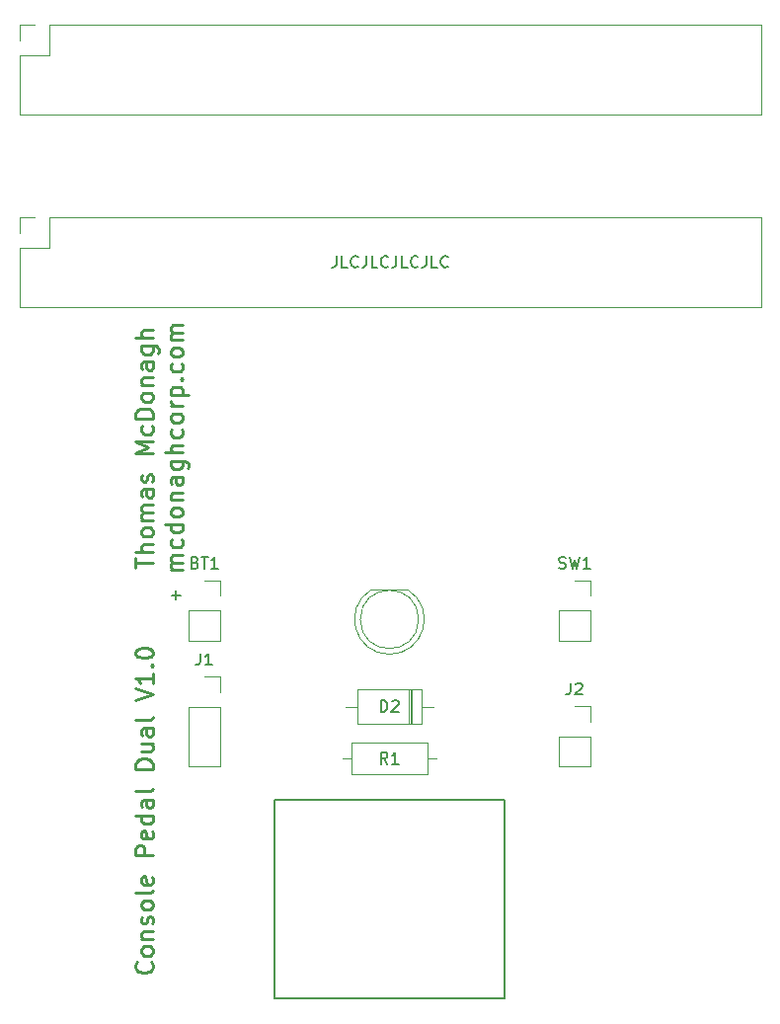
<source format=gbr>
G04 #@! TF.GenerationSoftware,KiCad,Pcbnew,(5.1.7)-1*
G04 #@! TF.CreationDate,2021-05-26T18:00:41-05:00*
G04 #@! TF.ProjectId,ConsolePedalDual,436f6e73-6f6c-4655-9065-64616c447561,rev?*
G04 #@! TF.SameCoordinates,Original*
G04 #@! TF.FileFunction,Legend,Top*
G04 #@! TF.FilePolarity,Positive*
%FSLAX46Y46*%
G04 Gerber Fmt 4.6, Leading zero omitted, Abs format (unit mm)*
G04 Created by KiCad (PCBNEW (5.1.7)-1) date 2021-05-26 18:00:41*
%MOMM*%
%LPD*%
G01*
G04 APERTURE LIST*
%ADD10C,0.250000*%
%ADD11C,0.150000*%
%ADD12C,0.120000*%
%ADD13C,0.203200*%
G04 APERTURE END LIST*
D10*
X116740714Y-99360000D02*
X116812142Y-99431428D01*
X116883571Y-99645714D01*
X116883571Y-99788571D01*
X116812142Y-100002857D01*
X116669285Y-100145714D01*
X116526428Y-100217142D01*
X116240714Y-100288571D01*
X116026428Y-100288571D01*
X115740714Y-100217142D01*
X115597857Y-100145714D01*
X115455000Y-100002857D01*
X115383571Y-99788571D01*
X115383571Y-99645714D01*
X115455000Y-99431428D01*
X115526428Y-99360000D01*
X116883571Y-98502857D02*
X116812142Y-98645714D01*
X116740714Y-98717142D01*
X116597857Y-98788571D01*
X116169285Y-98788571D01*
X116026428Y-98717142D01*
X115955000Y-98645714D01*
X115883571Y-98502857D01*
X115883571Y-98288571D01*
X115955000Y-98145714D01*
X116026428Y-98074285D01*
X116169285Y-98002857D01*
X116597857Y-98002857D01*
X116740714Y-98074285D01*
X116812142Y-98145714D01*
X116883571Y-98288571D01*
X116883571Y-98502857D01*
X115883571Y-97360000D02*
X116883571Y-97360000D01*
X116026428Y-97360000D02*
X115955000Y-97288571D01*
X115883571Y-97145714D01*
X115883571Y-96931428D01*
X115955000Y-96788571D01*
X116097857Y-96717142D01*
X116883571Y-96717142D01*
X116812142Y-96074285D02*
X116883571Y-95931428D01*
X116883571Y-95645714D01*
X116812142Y-95502857D01*
X116669285Y-95431428D01*
X116597857Y-95431428D01*
X116455000Y-95502857D01*
X116383571Y-95645714D01*
X116383571Y-95860000D01*
X116312142Y-96002857D01*
X116169285Y-96074285D01*
X116097857Y-96074285D01*
X115955000Y-96002857D01*
X115883571Y-95860000D01*
X115883571Y-95645714D01*
X115955000Y-95502857D01*
X116883571Y-94574285D02*
X116812142Y-94717142D01*
X116740714Y-94788571D01*
X116597857Y-94860000D01*
X116169285Y-94860000D01*
X116026428Y-94788571D01*
X115955000Y-94717142D01*
X115883571Y-94574285D01*
X115883571Y-94360000D01*
X115955000Y-94217142D01*
X116026428Y-94145714D01*
X116169285Y-94074285D01*
X116597857Y-94074285D01*
X116740714Y-94145714D01*
X116812142Y-94217142D01*
X116883571Y-94360000D01*
X116883571Y-94574285D01*
X116883571Y-93217142D02*
X116812142Y-93360000D01*
X116669285Y-93431428D01*
X115383571Y-93431428D01*
X116812142Y-92074285D02*
X116883571Y-92217142D01*
X116883571Y-92502857D01*
X116812142Y-92645714D01*
X116669285Y-92717142D01*
X116097857Y-92717142D01*
X115955000Y-92645714D01*
X115883571Y-92502857D01*
X115883571Y-92217142D01*
X115955000Y-92074285D01*
X116097857Y-92002857D01*
X116240714Y-92002857D01*
X116383571Y-92717142D01*
X116883571Y-90217142D02*
X115383571Y-90217142D01*
X115383571Y-89645714D01*
X115455000Y-89502857D01*
X115526428Y-89431428D01*
X115669285Y-89360000D01*
X115883571Y-89360000D01*
X116026428Y-89431428D01*
X116097857Y-89502857D01*
X116169285Y-89645714D01*
X116169285Y-90217142D01*
X116812142Y-88145714D02*
X116883571Y-88288571D01*
X116883571Y-88574285D01*
X116812142Y-88717142D01*
X116669285Y-88788571D01*
X116097857Y-88788571D01*
X115955000Y-88717142D01*
X115883571Y-88574285D01*
X115883571Y-88288571D01*
X115955000Y-88145714D01*
X116097857Y-88074285D01*
X116240714Y-88074285D01*
X116383571Y-88788571D01*
X116883571Y-86788571D02*
X115383571Y-86788571D01*
X116812142Y-86788571D02*
X116883571Y-86931428D01*
X116883571Y-87217142D01*
X116812142Y-87360000D01*
X116740714Y-87431428D01*
X116597857Y-87502857D01*
X116169285Y-87502857D01*
X116026428Y-87431428D01*
X115955000Y-87360000D01*
X115883571Y-87217142D01*
X115883571Y-86931428D01*
X115955000Y-86788571D01*
X116883571Y-85431428D02*
X116097857Y-85431428D01*
X115955000Y-85502857D01*
X115883571Y-85645714D01*
X115883571Y-85931428D01*
X115955000Y-86074285D01*
X116812142Y-85431428D02*
X116883571Y-85574285D01*
X116883571Y-85931428D01*
X116812142Y-86074285D01*
X116669285Y-86145714D01*
X116526428Y-86145714D01*
X116383571Y-86074285D01*
X116312142Y-85931428D01*
X116312142Y-85574285D01*
X116240714Y-85431428D01*
X116883571Y-84502857D02*
X116812142Y-84645714D01*
X116669285Y-84717142D01*
X115383571Y-84717142D01*
X116883571Y-82788571D02*
X115383571Y-82788571D01*
X115383571Y-82431428D01*
X115455000Y-82217142D01*
X115597857Y-82074285D01*
X115740714Y-82002857D01*
X116026428Y-81931428D01*
X116240714Y-81931428D01*
X116526428Y-82002857D01*
X116669285Y-82074285D01*
X116812142Y-82217142D01*
X116883571Y-82431428D01*
X116883571Y-82788571D01*
X115883571Y-80645714D02*
X116883571Y-80645714D01*
X115883571Y-81288571D02*
X116669285Y-81288571D01*
X116812142Y-81217142D01*
X116883571Y-81074285D01*
X116883571Y-80860000D01*
X116812142Y-80717142D01*
X116740714Y-80645714D01*
X116883571Y-79288571D02*
X116097857Y-79288571D01*
X115955000Y-79360000D01*
X115883571Y-79502857D01*
X115883571Y-79788571D01*
X115955000Y-79931428D01*
X116812142Y-79288571D02*
X116883571Y-79431428D01*
X116883571Y-79788571D01*
X116812142Y-79931428D01*
X116669285Y-80002857D01*
X116526428Y-80002857D01*
X116383571Y-79931428D01*
X116312142Y-79788571D01*
X116312142Y-79431428D01*
X116240714Y-79288571D01*
X116883571Y-78360000D02*
X116812142Y-78502857D01*
X116669285Y-78574285D01*
X115383571Y-78574285D01*
X115383571Y-76860000D02*
X116883571Y-76360000D01*
X115383571Y-75860000D01*
X116883571Y-74574285D02*
X116883571Y-75431428D01*
X116883571Y-75002857D02*
X115383571Y-75002857D01*
X115597857Y-75145714D01*
X115740714Y-75288571D01*
X115812142Y-75431428D01*
X116740714Y-73931428D02*
X116812142Y-73860000D01*
X116883571Y-73931428D01*
X116812142Y-74002857D01*
X116740714Y-73931428D01*
X116883571Y-73931428D01*
X115383571Y-72931428D02*
X115383571Y-72788571D01*
X115455000Y-72645714D01*
X115526428Y-72574285D01*
X115669285Y-72502857D01*
X115955000Y-72431428D01*
X116312142Y-72431428D01*
X116597857Y-72502857D01*
X116740714Y-72574285D01*
X116812142Y-72645714D01*
X116883571Y-72788571D01*
X116883571Y-72931428D01*
X116812142Y-73074285D01*
X116740714Y-73145714D01*
X116597857Y-73217142D01*
X116312142Y-73288571D01*
X115955000Y-73288571D01*
X115669285Y-73217142D01*
X115526428Y-73145714D01*
X115455000Y-73074285D01*
X115383571Y-72931428D01*
D11*
X132610952Y-38822380D02*
X132610952Y-39536666D01*
X132563333Y-39679523D01*
X132468095Y-39774761D01*
X132325238Y-39822380D01*
X132230000Y-39822380D01*
X133563333Y-39822380D02*
X133087142Y-39822380D01*
X133087142Y-38822380D01*
X134468095Y-39727142D02*
X134420476Y-39774761D01*
X134277619Y-39822380D01*
X134182380Y-39822380D01*
X134039523Y-39774761D01*
X133944285Y-39679523D01*
X133896666Y-39584285D01*
X133849047Y-39393809D01*
X133849047Y-39250952D01*
X133896666Y-39060476D01*
X133944285Y-38965238D01*
X134039523Y-38870000D01*
X134182380Y-38822380D01*
X134277619Y-38822380D01*
X134420476Y-38870000D01*
X134468095Y-38917619D01*
X135182380Y-38822380D02*
X135182380Y-39536666D01*
X135134761Y-39679523D01*
X135039523Y-39774761D01*
X134896666Y-39822380D01*
X134801428Y-39822380D01*
X136134761Y-39822380D02*
X135658571Y-39822380D01*
X135658571Y-38822380D01*
X137039523Y-39727142D02*
X136991904Y-39774761D01*
X136849047Y-39822380D01*
X136753809Y-39822380D01*
X136610952Y-39774761D01*
X136515714Y-39679523D01*
X136468095Y-39584285D01*
X136420476Y-39393809D01*
X136420476Y-39250952D01*
X136468095Y-39060476D01*
X136515714Y-38965238D01*
X136610952Y-38870000D01*
X136753809Y-38822380D01*
X136849047Y-38822380D01*
X136991904Y-38870000D01*
X137039523Y-38917619D01*
X137753809Y-38822380D02*
X137753809Y-39536666D01*
X137706190Y-39679523D01*
X137610952Y-39774761D01*
X137468095Y-39822380D01*
X137372857Y-39822380D01*
X138706190Y-39822380D02*
X138230000Y-39822380D01*
X138230000Y-38822380D01*
X139610952Y-39727142D02*
X139563333Y-39774761D01*
X139420476Y-39822380D01*
X139325238Y-39822380D01*
X139182380Y-39774761D01*
X139087142Y-39679523D01*
X139039523Y-39584285D01*
X138991904Y-39393809D01*
X138991904Y-39250952D01*
X139039523Y-39060476D01*
X139087142Y-38965238D01*
X139182380Y-38870000D01*
X139325238Y-38822380D01*
X139420476Y-38822380D01*
X139563333Y-38870000D01*
X139610952Y-38917619D01*
X140325238Y-38822380D02*
X140325238Y-39536666D01*
X140277619Y-39679523D01*
X140182380Y-39774761D01*
X140039523Y-39822380D01*
X139944285Y-39822380D01*
X141277619Y-39822380D02*
X140801428Y-39822380D01*
X140801428Y-38822380D01*
X142182380Y-39727142D02*
X142134761Y-39774761D01*
X141991904Y-39822380D01*
X141896666Y-39822380D01*
X141753809Y-39774761D01*
X141658571Y-39679523D01*
X141610952Y-39584285D01*
X141563333Y-39393809D01*
X141563333Y-39250952D01*
X141610952Y-39060476D01*
X141658571Y-38965238D01*
X141753809Y-38870000D01*
X141896666Y-38822380D01*
X141991904Y-38822380D01*
X142134761Y-38870000D01*
X142182380Y-38917619D01*
X118491047Y-67889428D02*
X119252952Y-67889428D01*
X118872000Y-68270380D02*
X118872000Y-67508476D01*
D10*
X115403571Y-65530714D02*
X115403571Y-64673571D01*
X116903571Y-65102142D02*
X115403571Y-65102142D01*
X116903571Y-64173571D02*
X115403571Y-64173571D01*
X116903571Y-63530714D02*
X116117857Y-63530714D01*
X115975000Y-63602142D01*
X115903571Y-63745000D01*
X115903571Y-63959285D01*
X115975000Y-64102142D01*
X116046428Y-64173571D01*
X116903571Y-62602142D02*
X116832142Y-62745000D01*
X116760714Y-62816428D01*
X116617857Y-62887857D01*
X116189285Y-62887857D01*
X116046428Y-62816428D01*
X115975000Y-62745000D01*
X115903571Y-62602142D01*
X115903571Y-62387857D01*
X115975000Y-62245000D01*
X116046428Y-62173571D01*
X116189285Y-62102142D01*
X116617857Y-62102142D01*
X116760714Y-62173571D01*
X116832142Y-62245000D01*
X116903571Y-62387857D01*
X116903571Y-62602142D01*
X116903571Y-61459285D02*
X115903571Y-61459285D01*
X116046428Y-61459285D02*
X115975000Y-61387857D01*
X115903571Y-61245000D01*
X115903571Y-61030714D01*
X115975000Y-60887857D01*
X116117857Y-60816428D01*
X116903571Y-60816428D01*
X116117857Y-60816428D02*
X115975000Y-60745000D01*
X115903571Y-60602142D01*
X115903571Y-60387857D01*
X115975000Y-60245000D01*
X116117857Y-60173571D01*
X116903571Y-60173571D01*
X116903571Y-58816428D02*
X116117857Y-58816428D01*
X115975000Y-58887857D01*
X115903571Y-59030714D01*
X115903571Y-59316428D01*
X115975000Y-59459285D01*
X116832142Y-58816428D02*
X116903571Y-58959285D01*
X116903571Y-59316428D01*
X116832142Y-59459285D01*
X116689285Y-59530714D01*
X116546428Y-59530714D01*
X116403571Y-59459285D01*
X116332142Y-59316428D01*
X116332142Y-58959285D01*
X116260714Y-58816428D01*
X116832142Y-58173571D02*
X116903571Y-58030714D01*
X116903571Y-57745000D01*
X116832142Y-57602142D01*
X116689285Y-57530714D01*
X116617857Y-57530714D01*
X116475000Y-57602142D01*
X116403571Y-57745000D01*
X116403571Y-57959285D01*
X116332142Y-58102142D01*
X116189285Y-58173571D01*
X116117857Y-58173571D01*
X115975000Y-58102142D01*
X115903571Y-57959285D01*
X115903571Y-57745000D01*
X115975000Y-57602142D01*
X116903571Y-55745000D02*
X115403571Y-55745000D01*
X116475000Y-55245000D01*
X115403571Y-54745000D01*
X116903571Y-54745000D01*
X116832142Y-53387857D02*
X116903571Y-53530714D01*
X116903571Y-53816428D01*
X116832142Y-53959285D01*
X116760714Y-54030714D01*
X116617857Y-54102142D01*
X116189285Y-54102142D01*
X116046428Y-54030714D01*
X115975000Y-53959285D01*
X115903571Y-53816428D01*
X115903571Y-53530714D01*
X115975000Y-53387857D01*
X116903571Y-52745000D02*
X115403571Y-52745000D01*
X115403571Y-52387857D01*
X115475000Y-52173571D01*
X115617857Y-52030714D01*
X115760714Y-51959285D01*
X116046428Y-51887857D01*
X116260714Y-51887857D01*
X116546428Y-51959285D01*
X116689285Y-52030714D01*
X116832142Y-52173571D01*
X116903571Y-52387857D01*
X116903571Y-52745000D01*
X116903571Y-51030714D02*
X116832142Y-51173571D01*
X116760714Y-51245000D01*
X116617857Y-51316428D01*
X116189285Y-51316428D01*
X116046428Y-51245000D01*
X115975000Y-51173571D01*
X115903571Y-51030714D01*
X115903571Y-50816428D01*
X115975000Y-50673571D01*
X116046428Y-50602142D01*
X116189285Y-50530714D01*
X116617857Y-50530714D01*
X116760714Y-50602142D01*
X116832142Y-50673571D01*
X116903571Y-50816428D01*
X116903571Y-51030714D01*
X115903571Y-49887857D02*
X116903571Y-49887857D01*
X116046428Y-49887857D02*
X115975000Y-49816428D01*
X115903571Y-49673571D01*
X115903571Y-49459285D01*
X115975000Y-49316428D01*
X116117857Y-49245000D01*
X116903571Y-49245000D01*
X116903571Y-47887857D02*
X116117857Y-47887857D01*
X115975000Y-47959285D01*
X115903571Y-48102142D01*
X115903571Y-48387857D01*
X115975000Y-48530714D01*
X116832142Y-47887857D02*
X116903571Y-48030714D01*
X116903571Y-48387857D01*
X116832142Y-48530714D01*
X116689285Y-48602142D01*
X116546428Y-48602142D01*
X116403571Y-48530714D01*
X116332142Y-48387857D01*
X116332142Y-48030714D01*
X116260714Y-47887857D01*
X115903571Y-46530714D02*
X117117857Y-46530714D01*
X117260714Y-46602142D01*
X117332142Y-46673571D01*
X117403571Y-46816428D01*
X117403571Y-47030714D01*
X117332142Y-47173571D01*
X116832142Y-46530714D02*
X116903571Y-46673571D01*
X116903571Y-46959285D01*
X116832142Y-47102142D01*
X116760714Y-47173571D01*
X116617857Y-47245000D01*
X116189285Y-47245000D01*
X116046428Y-47173571D01*
X115975000Y-47102142D01*
X115903571Y-46959285D01*
X115903571Y-46673571D01*
X115975000Y-46530714D01*
X116903571Y-45816428D02*
X115403571Y-45816428D01*
X116903571Y-45173571D02*
X116117857Y-45173571D01*
X115975000Y-45245000D01*
X115903571Y-45387857D01*
X115903571Y-45602142D01*
X115975000Y-45745000D01*
X116046428Y-45816428D01*
X119403571Y-65745000D02*
X118403571Y-65745000D01*
X118546428Y-65745000D02*
X118475000Y-65673571D01*
X118403571Y-65530714D01*
X118403571Y-65316428D01*
X118475000Y-65173571D01*
X118617857Y-65102142D01*
X119403571Y-65102142D01*
X118617857Y-65102142D02*
X118475000Y-65030714D01*
X118403571Y-64887857D01*
X118403571Y-64673571D01*
X118475000Y-64530714D01*
X118617857Y-64459285D01*
X119403571Y-64459285D01*
X119332142Y-63102142D02*
X119403571Y-63245000D01*
X119403571Y-63530714D01*
X119332142Y-63673571D01*
X119260714Y-63745000D01*
X119117857Y-63816428D01*
X118689285Y-63816428D01*
X118546428Y-63745000D01*
X118475000Y-63673571D01*
X118403571Y-63530714D01*
X118403571Y-63245000D01*
X118475000Y-63102142D01*
X119403571Y-61816428D02*
X117903571Y-61816428D01*
X119332142Y-61816428D02*
X119403571Y-61959285D01*
X119403571Y-62245000D01*
X119332142Y-62387857D01*
X119260714Y-62459285D01*
X119117857Y-62530714D01*
X118689285Y-62530714D01*
X118546428Y-62459285D01*
X118475000Y-62387857D01*
X118403571Y-62245000D01*
X118403571Y-61959285D01*
X118475000Y-61816428D01*
X119403571Y-60887857D02*
X119332142Y-61030714D01*
X119260714Y-61102142D01*
X119117857Y-61173571D01*
X118689285Y-61173571D01*
X118546428Y-61102142D01*
X118475000Y-61030714D01*
X118403571Y-60887857D01*
X118403571Y-60673571D01*
X118475000Y-60530714D01*
X118546428Y-60459285D01*
X118689285Y-60387857D01*
X119117857Y-60387857D01*
X119260714Y-60459285D01*
X119332142Y-60530714D01*
X119403571Y-60673571D01*
X119403571Y-60887857D01*
X118403571Y-59745000D02*
X119403571Y-59745000D01*
X118546428Y-59745000D02*
X118475000Y-59673571D01*
X118403571Y-59530714D01*
X118403571Y-59316428D01*
X118475000Y-59173571D01*
X118617857Y-59102142D01*
X119403571Y-59102142D01*
X119403571Y-57745000D02*
X118617857Y-57745000D01*
X118475000Y-57816428D01*
X118403571Y-57959285D01*
X118403571Y-58245000D01*
X118475000Y-58387857D01*
X119332142Y-57745000D02*
X119403571Y-57887857D01*
X119403571Y-58245000D01*
X119332142Y-58387857D01*
X119189285Y-58459285D01*
X119046428Y-58459285D01*
X118903571Y-58387857D01*
X118832142Y-58245000D01*
X118832142Y-57887857D01*
X118760714Y-57745000D01*
X118403571Y-56387857D02*
X119617857Y-56387857D01*
X119760714Y-56459285D01*
X119832142Y-56530714D01*
X119903571Y-56673571D01*
X119903571Y-56887857D01*
X119832142Y-57030714D01*
X119332142Y-56387857D02*
X119403571Y-56530714D01*
X119403571Y-56816428D01*
X119332142Y-56959285D01*
X119260714Y-57030714D01*
X119117857Y-57102142D01*
X118689285Y-57102142D01*
X118546428Y-57030714D01*
X118475000Y-56959285D01*
X118403571Y-56816428D01*
X118403571Y-56530714D01*
X118475000Y-56387857D01*
X119403571Y-55673571D02*
X117903571Y-55673571D01*
X119403571Y-55030714D02*
X118617857Y-55030714D01*
X118475000Y-55102142D01*
X118403571Y-55245000D01*
X118403571Y-55459285D01*
X118475000Y-55602142D01*
X118546428Y-55673571D01*
X119332142Y-53673571D02*
X119403571Y-53816428D01*
X119403571Y-54102142D01*
X119332142Y-54245000D01*
X119260714Y-54316428D01*
X119117857Y-54387857D01*
X118689285Y-54387857D01*
X118546428Y-54316428D01*
X118475000Y-54245000D01*
X118403571Y-54102142D01*
X118403571Y-53816428D01*
X118475000Y-53673571D01*
X119403571Y-52816428D02*
X119332142Y-52959285D01*
X119260714Y-53030714D01*
X119117857Y-53102142D01*
X118689285Y-53102142D01*
X118546428Y-53030714D01*
X118475000Y-52959285D01*
X118403571Y-52816428D01*
X118403571Y-52602142D01*
X118475000Y-52459285D01*
X118546428Y-52387857D01*
X118689285Y-52316428D01*
X119117857Y-52316428D01*
X119260714Y-52387857D01*
X119332142Y-52459285D01*
X119403571Y-52602142D01*
X119403571Y-52816428D01*
X119403571Y-51673571D02*
X118403571Y-51673571D01*
X118689285Y-51673571D02*
X118546428Y-51602142D01*
X118475000Y-51530714D01*
X118403571Y-51387857D01*
X118403571Y-51245000D01*
X118403571Y-50745000D02*
X119903571Y-50745000D01*
X118475000Y-50745000D02*
X118403571Y-50602142D01*
X118403571Y-50316428D01*
X118475000Y-50173571D01*
X118546428Y-50102142D01*
X118689285Y-50030714D01*
X119117857Y-50030714D01*
X119260714Y-50102142D01*
X119332142Y-50173571D01*
X119403571Y-50316428D01*
X119403571Y-50602142D01*
X119332142Y-50745000D01*
X119260714Y-49387857D02*
X119332142Y-49316428D01*
X119403571Y-49387857D01*
X119332142Y-49459285D01*
X119260714Y-49387857D01*
X119403571Y-49387857D01*
X119332142Y-48030714D02*
X119403571Y-48173571D01*
X119403571Y-48459285D01*
X119332142Y-48602142D01*
X119260714Y-48673571D01*
X119117857Y-48745000D01*
X118689285Y-48745000D01*
X118546428Y-48673571D01*
X118475000Y-48602142D01*
X118403571Y-48459285D01*
X118403571Y-48173571D01*
X118475000Y-48030714D01*
X119403571Y-47173571D02*
X119332142Y-47316428D01*
X119260714Y-47387857D01*
X119117857Y-47459285D01*
X118689285Y-47459285D01*
X118546428Y-47387857D01*
X118475000Y-47316428D01*
X118403571Y-47173571D01*
X118403571Y-46959285D01*
X118475000Y-46816428D01*
X118546428Y-46745000D01*
X118689285Y-46673571D01*
X119117857Y-46673571D01*
X119260714Y-46745000D01*
X119332142Y-46816428D01*
X119403571Y-46959285D01*
X119403571Y-47173571D01*
X119403571Y-46030714D02*
X118403571Y-46030714D01*
X118546428Y-46030714D02*
X118475000Y-45959285D01*
X118403571Y-45816428D01*
X118403571Y-45602142D01*
X118475000Y-45459285D01*
X118617857Y-45387857D01*
X119403571Y-45387857D01*
X118617857Y-45387857D02*
X118475000Y-45316428D01*
X118403571Y-45173571D01*
X118403571Y-44959285D01*
X118475000Y-44816428D01*
X118617857Y-44745000D01*
X119403571Y-44745000D01*
D12*
G04 #@! TO.C,BT1*
X119955000Y-69215000D02*
X122615000Y-69215000D01*
X119955000Y-69215000D02*
X119955000Y-71815000D01*
X119955000Y-71815000D02*
X122615000Y-71815000D01*
X122615000Y-69215000D02*
X122615000Y-71815000D01*
X122615000Y-66615000D02*
X122615000Y-67945000D01*
X121285000Y-66615000D02*
X122615000Y-66615000D01*
G04 #@! TO.C,D1*
X138705000Y-67420000D02*
X135615000Y-67420000D01*
X139660000Y-69980000D02*
G75*
G03*
X139660000Y-69980000I-2500000J0D01*
G01*
X137159538Y-72970000D02*
G75*
G03*
X138704830Y-67420000I462J2990000D01*
G01*
X137160462Y-72970000D02*
G75*
G02*
X135615170Y-67420000I-462J2990000D01*
G01*
G04 #@! TO.C,J1*
X121285000Y-74870000D02*
X122615000Y-74870000D01*
X122615000Y-74870000D02*
X122615000Y-76200000D01*
X122615000Y-77470000D02*
X122615000Y-82610000D01*
X119955000Y-82610000D02*
X122615000Y-82610000D01*
X119955000Y-77470000D02*
X119955000Y-82610000D01*
X119955000Y-77470000D02*
X122615000Y-77470000D01*
G04 #@! TO.C,J2*
X153035000Y-77410000D02*
X154365000Y-77410000D01*
X154365000Y-77410000D02*
X154365000Y-78740000D01*
X154365000Y-80010000D02*
X154365000Y-82610000D01*
X151705000Y-82610000D02*
X154365000Y-82610000D01*
X151705000Y-80010000D02*
X151705000Y-82610000D01*
X151705000Y-80010000D02*
X154365000Y-80010000D01*
G04 #@! TO.C,R1*
X133120000Y-81915000D02*
X133890000Y-81915000D01*
X141200000Y-81915000D02*
X140430000Y-81915000D01*
X133890000Y-83285000D02*
X140430000Y-83285000D01*
X133890000Y-80545000D02*
X133890000Y-83285000D01*
X140430000Y-80545000D02*
X133890000Y-80545000D01*
X140430000Y-83285000D02*
X140430000Y-80545000D01*
D13*
G04 #@! TO.C,S1*
X147007580Y-85481160D02*
X147007580Y-102478840D01*
X127312420Y-85481160D02*
X147007580Y-85481160D01*
X127312420Y-102478840D02*
X127312420Y-85481160D01*
X147007580Y-102478840D02*
X127312420Y-102478840D01*
D12*
G04 #@! TO.C,J3*
X105420000Y-36830000D02*
X105420000Y-35500000D01*
X105420000Y-35500000D02*
X106750000Y-35500000D01*
X105420000Y-38100000D02*
X108020000Y-38100000D01*
X108020000Y-38100000D02*
X108020000Y-35500000D01*
X108020000Y-35500000D02*
X169040000Y-35500000D01*
X169040000Y-43210000D02*
X169040000Y-35500000D01*
X105420000Y-43210000D02*
X169040000Y-43210000D01*
X105420000Y-43210000D02*
X105420000Y-38100000D01*
G04 #@! TO.C,D2*
X139100000Y-78940000D02*
X139100000Y-76000000D01*
X138860000Y-78940000D02*
X138860000Y-76000000D01*
X138980000Y-78940000D02*
X138980000Y-76000000D01*
X133420000Y-77470000D02*
X134440000Y-77470000D01*
X140900000Y-77470000D02*
X139880000Y-77470000D01*
X134440000Y-78940000D02*
X139880000Y-78940000D01*
X134440000Y-76000000D02*
X134440000Y-78940000D01*
X139880000Y-76000000D02*
X134440000Y-76000000D01*
X139880000Y-78940000D02*
X139880000Y-76000000D01*
G04 #@! TO.C,J4*
X105420000Y-20330000D02*
X105420000Y-19000000D01*
X105420000Y-19000000D02*
X106750000Y-19000000D01*
X105420000Y-21600000D02*
X108020000Y-21600000D01*
X108020000Y-21600000D02*
X108020000Y-19000000D01*
X108020000Y-19000000D02*
X169040000Y-19000000D01*
X169040000Y-26710000D02*
X169040000Y-19000000D01*
X105420000Y-26710000D02*
X169040000Y-26710000D01*
X105420000Y-26710000D02*
X105420000Y-21600000D01*
G04 #@! TO.C,SW1*
X153035000Y-66615000D02*
X154365000Y-66615000D01*
X154365000Y-66615000D02*
X154365000Y-67945000D01*
X154365000Y-69215000D02*
X154365000Y-71815000D01*
X151705000Y-71815000D02*
X154365000Y-71815000D01*
X151705000Y-69215000D02*
X151705000Y-71815000D01*
X151705000Y-69215000D02*
X154365000Y-69215000D01*
G04 #@! TO.C,BT1*
D11*
X120499285Y-65103571D02*
X120642142Y-65151190D01*
X120689761Y-65198809D01*
X120737380Y-65294047D01*
X120737380Y-65436904D01*
X120689761Y-65532142D01*
X120642142Y-65579761D01*
X120546904Y-65627380D01*
X120165952Y-65627380D01*
X120165952Y-64627380D01*
X120499285Y-64627380D01*
X120594523Y-64675000D01*
X120642142Y-64722619D01*
X120689761Y-64817857D01*
X120689761Y-64913095D01*
X120642142Y-65008333D01*
X120594523Y-65055952D01*
X120499285Y-65103571D01*
X120165952Y-65103571D01*
X121023095Y-64627380D02*
X121594523Y-64627380D01*
X121308809Y-65627380D02*
X121308809Y-64627380D01*
X122451666Y-65627380D02*
X121880238Y-65627380D01*
X122165952Y-65627380D02*
X122165952Y-64627380D01*
X122070714Y-64770238D01*
X121975476Y-64865476D01*
X121880238Y-64913095D01*
G04 #@! TO.C,J1*
X120951666Y-72882380D02*
X120951666Y-73596666D01*
X120904047Y-73739523D01*
X120808809Y-73834761D01*
X120665952Y-73882380D01*
X120570714Y-73882380D01*
X121951666Y-73882380D02*
X121380238Y-73882380D01*
X121665952Y-73882380D02*
X121665952Y-72882380D01*
X121570714Y-73025238D01*
X121475476Y-73120476D01*
X121380238Y-73168095D01*
G04 #@! TO.C,J2*
X152701666Y-75422380D02*
X152701666Y-76136666D01*
X152654047Y-76279523D01*
X152558809Y-76374761D01*
X152415952Y-76422380D01*
X152320714Y-76422380D01*
X153130238Y-75517619D02*
X153177857Y-75470000D01*
X153273095Y-75422380D01*
X153511190Y-75422380D01*
X153606428Y-75470000D01*
X153654047Y-75517619D01*
X153701666Y-75612857D01*
X153701666Y-75708095D01*
X153654047Y-75850952D01*
X153082619Y-76422380D01*
X153701666Y-76422380D01*
G04 #@! TO.C,R1*
X136993333Y-82367380D02*
X136660000Y-81891190D01*
X136421904Y-82367380D02*
X136421904Y-81367380D01*
X136802857Y-81367380D01*
X136898095Y-81415000D01*
X136945714Y-81462619D01*
X136993333Y-81557857D01*
X136993333Y-81700714D01*
X136945714Y-81795952D01*
X136898095Y-81843571D01*
X136802857Y-81891190D01*
X136421904Y-81891190D01*
X137945714Y-82367380D02*
X137374285Y-82367380D01*
X137660000Y-82367380D02*
X137660000Y-81367380D01*
X137564761Y-81510238D01*
X137469523Y-81605476D01*
X137374285Y-81653095D01*
G04 #@! TO.C,D2*
X136421904Y-77922380D02*
X136421904Y-76922380D01*
X136660000Y-76922380D01*
X136802857Y-76970000D01*
X136898095Y-77065238D01*
X136945714Y-77160476D01*
X136993333Y-77350952D01*
X136993333Y-77493809D01*
X136945714Y-77684285D01*
X136898095Y-77779523D01*
X136802857Y-77874761D01*
X136660000Y-77922380D01*
X136421904Y-77922380D01*
X137374285Y-77017619D02*
X137421904Y-76970000D01*
X137517142Y-76922380D01*
X137755238Y-76922380D01*
X137850476Y-76970000D01*
X137898095Y-77017619D01*
X137945714Y-77112857D01*
X137945714Y-77208095D01*
X137898095Y-77350952D01*
X137326666Y-77922380D01*
X137945714Y-77922380D01*
G04 #@! TO.C,SW1*
X151701666Y-65579761D02*
X151844523Y-65627380D01*
X152082619Y-65627380D01*
X152177857Y-65579761D01*
X152225476Y-65532142D01*
X152273095Y-65436904D01*
X152273095Y-65341666D01*
X152225476Y-65246428D01*
X152177857Y-65198809D01*
X152082619Y-65151190D01*
X151892142Y-65103571D01*
X151796904Y-65055952D01*
X151749285Y-65008333D01*
X151701666Y-64913095D01*
X151701666Y-64817857D01*
X151749285Y-64722619D01*
X151796904Y-64675000D01*
X151892142Y-64627380D01*
X152130238Y-64627380D01*
X152273095Y-64675000D01*
X152606428Y-64627380D02*
X152844523Y-65627380D01*
X153035000Y-64913095D01*
X153225476Y-65627380D01*
X153463571Y-64627380D01*
X154368333Y-65627380D02*
X153796904Y-65627380D01*
X154082619Y-65627380D02*
X154082619Y-64627380D01*
X153987380Y-64770238D01*
X153892142Y-64865476D01*
X153796904Y-64913095D01*
G04 #@! TD*
M02*

</source>
